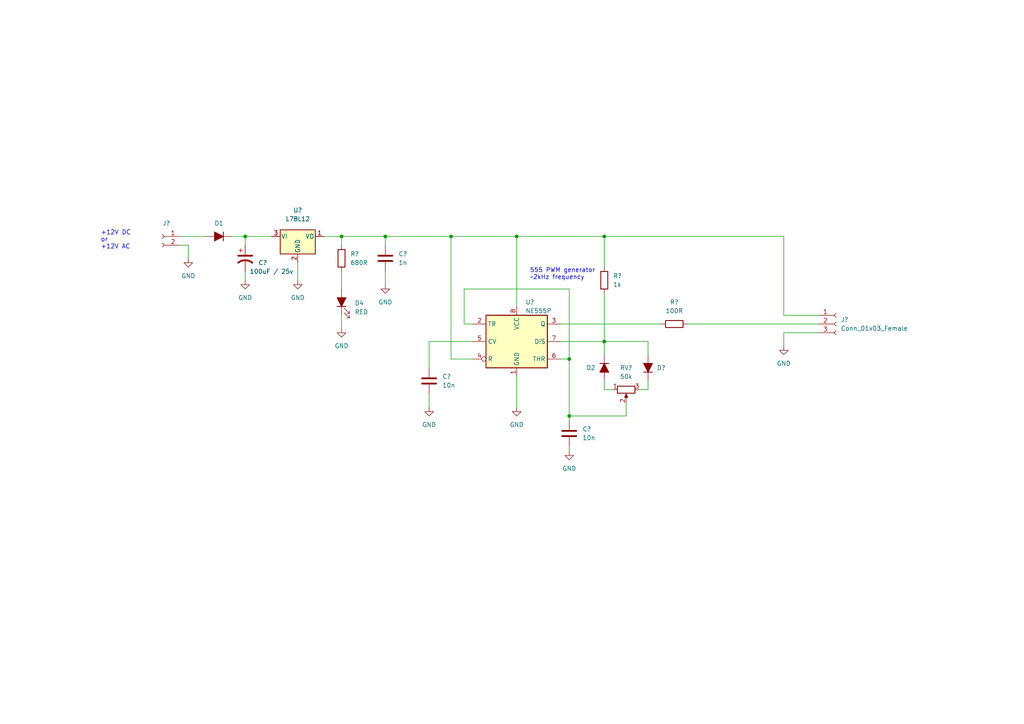
<source format=kicad_sch>
(kicad_sch (version 20211123) (generator eeschema)
  (paper "A4")
  (title_block (title "Fix Speed controller") (date "2022-05-22") (company "Purex International Ltd"))
  (lib_symbols
    (symbol "Connector:Conn_01x02_Female" (pin_names (offset 1.016) hide)
      (property "Reference" "J" (at 0 2.54 0))
      (property "Value" "Conn_01x02_Female" (at 0 -5.08 0))
      (symbol "Conn_01x02_Female_1_1"
        (arc (start 0 -2.032) (mid -0.508 -2.54) (end 0 -3.048) (stroke (width 0.1524)))
        (polyline (pts (xy -1.27 -2.54) (xy -0.508 -2.54)) (stroke (width 0.1524)))
        (polyline (pts (xy -1.27 0) (xy -0.508 0)) (stroke (width 0.1524)))
        (arc (start 0 0.508) (mid -0.508 0) (end 0 -0.508) (stroke (width 0.1524)))
        (pin passive line (at -5.08 0 0) (length 3.81) (name "Pin_1") (number "1"))
        (pin passive line (at -5.08 -2.54 0) (length 3.81) (name "Pin_2") (number "2"))
      )
    )
    (symbol "Connector:Conn_01x03_Female" (pin_names (offset 1.016) hide)
      (property "Reference" "J" (at 0 5.08 0))
      (property "Value" "Conn_01x03_Female" (at 0 -5.08 0))
      (symbol "Conn_01x03_Female_1_1"
        (arc (start 0 -2.032) (mid -0.508 -2.54) (end 0 -3.048) (stroke (width 0.1524)))
        (polyline (pts (xy -1.27 -2.54) (xy -0.508 -2.54)) (stroke (width 0.1524)))
        (polyline (pts (xy -1.27 0) (xy -0.508 0)) (stroke (width 0.1524)))
        (polyline (pts (xy -1.27 2.54) (xy -0.508 2.54)) (stroke (width 0.1524)))
        (arc (start 0 0.508) (mid -0.508 0) (end 0 -0.508) (stroke (width 0.1524)))
        (arc (start 0 3.048) (mid -0.508 2.54) (end 0 2.032) (stroke (width 0.1524)))
        (pin passive line (at -5.08 2.54 0) (length 3.81) (name "Pin_1") (number "1"))
        (pin passive line (at -5.08 0 0) (length 3.81) (name "Pin_2") (number "2"))
        (pin passive line (at -5.08 -2.54 0) (length 3.81) (name "Pin_3") (number "3"))
      )
    )
    (symbol "Device:C" (pin_numbers hide) (pin_names (offset 0.254))
      (property "Reference" "C" (at 0.635 2.54 0))
      (property "Value" "C" (at 0.635 -2.54 0))
      (symbol "C_0_1"
        (polyline (pts (xy -2.032 -0.762) (xy 2.032 -0.762)) (stroke (width 0.508)))
        (polyline (pts (xy -2.032 0.762) (xy 2.032 0.762)) (stroke (width 0.508)))
      )
      (symbol "C_1_1"
        (pin passive line (at 0 3.81 270) (length 2.794) (name "~") (number "1"))
        (pin passive line (at 0 -3.81 90) (length 2.794) (name "~") (number "2"))
      )
    )
    (symbol "Device:C_Polarized_US" (pin_numbers hide) (pin_names (offset 0.254) hide)
      (property "Reference" "C" (at 0.635 2.54 0))
      (property "Value" "C_Polarized_US" (at 0.635 -2.54 0))
      (symbol "C_Polarized_US_0_1"
        (polyline (pts (xy -2.032 0.762) (xy 2.032 0.762)) (stroke (width 0.508)))
        (polyline (pts (xy -1.778 2.286) (xy -0.762 2.286)))
        (polyline (pts (xy -1.27 1.778) (xy -1.27 2.794)))
        (arc (start 2.032 -1.27) (mid 0 -0.5572) (end -2.032 -1.27) (stroke (width 0.508)))
      )
      (symbol "C_Polarized_US_1_1"
        (pin passive line (at 0 3.81 270) (length 2.794) (name "~") (number "1"))
        (pin passive line (at 0 -3.81 90) (length 3.302) (name "~") (number "2"))
      )
    )
    (symbol "Device:D_Filled" (pin_numbers hide) (pin_names (offset 1.016) hide)
      (property "Reference" "D" (at 0 2.54 0))
      (property "Value" "D_Filled" (at 0 -2.54 0))
      (symbol "D_Filled_0_1"
        (polyline (pts (xy -1.27 1.27) (xy -1.27 -1.27)) (stroke (width 0.254)))
        (polyline (pts (xy 1.27 0) (xy -1.27 0)))
        (polyline (pts (xy 1.27 1.27) (xy 1.27 -1.27) (xy -1.27 0) (xy 1.27 1.27)) (stroke (width 0.254)) (fill (type outline)))
      )
      (symbol "D_Filled_1_1"
        (pin passive line (at -3.81 0 0) (length 2.54) (name "K") (number "1"))
        (pin passive line (at 3.81 0 180) (length 2.54) (name "A") (number "2"))
      )
    )
    (symbol "Device:LED_Filled" (pin_numbers hide) (pin_names (offset 1.016) hide)
      (property "Reference" "D" (at 0 2.54 0))
      (property "Value" "LED_Filled" (at 0 -2.54 0))
      (symbol "LED_Filled_0_1"
        (polyline (pts (xy -1.27 -1.27) (xy -1.27 1.27)) (stroke (width 0.254)))
        (polyline (pts (xy -1.27 0) (xy 1.27 0)))
        (polyline (pts (xy 1.27 -1.27) (xy 1.27 1.27) (xy -1.27 0) (xy 1.27 -1.27)) (stroke (width 0.254)) (fill (type outline)))
        (polyline (pts (xy -3.048 -0.762) (xy -4.572 -2.286) (xy -3.81 -2.286) (xy -4.572 -2.286) (xy -4.572 -1.524)))
        (polyline (pts (xy -1.778 -0.762) (xy -3.302 -2.286) (xy -2.54 -2.286) (xy -3.302 -2.286) (xy -3.302 -1.524)))
      )
      (symbol "LED_Filled_1_1"
        (pin passive line (at -3.81 0 0) (length 2.54) (name "K") (number "1"))
        (pin passive line (at 3.81 0 180) (length 2.54) (name "A") (number "2"))
      )
    )
    (symbol "Device:R" (pin_numbers hide) (pin_names (offset 0))
      (property "Reference" "R" (at 2.032 0 90))
      (property "Value" "R" (at 0 0 90))
      (symbol "R_0_1"
        (rectangle (start -1.016 -2.54) (end 1.016 2.54) (stroke (width 0.254)))
      )
      (symbol "R_1_1"
        (pin passive line (at 0 3.81 270) (length 1.27) (name "~") (number "1"))
        (pin passive line (at 0 -3.81 90) (length 1.27) (name "~") (number "2"))
      )
    )
    (symbol "Device:R_Potentiometer" (pin_names (offset 1.016) hide)
      (property "Reference" "RV" (at -4.445 0 90))
      (property "Value" "R_Potentiometer" (at -2.54 0 90))
      (symbol "R_Potentiometer_0_1"
        (polyline (pts (xy 2.54 0) (xy 1.524 0)))
        (polyline (pts (xy 1.143 0) (xy 2.286 0.508) (xy 2.286 -0.508) (xy 1.143 0)) (fill (type outline)))
        (rectangle (start 1.016 2.54) (end -1.016 -2.54) (stroke (width 0.254)))
      )
      (symbol "R_Potentiometer_1_1"
        (pin passive line (at 0 3.81 270) (length 1.27) (name "1") (number "1"))
        (pin passive line (at 3.81 0 180) (length 1.27) (name "2") (number "2"))
        (pin passive line (at 0 -3.81 90) (length 1.27) (name "3") (number "3"))
      )
    )
    (symbol "Regulator_Linear:L78L12_TO92" (pin_names (offset 0.254))
      (property "Reference" "U" (at -3.81 3.175 0))
      (property "Value" "L78L12_TO92" (at 0 3.175 0))
      (symbol "L78L12_TO92_0_1"
        (rectangle (start -5.08 -5.08) (end 5.08 1.905) (stroke (width 0.254)) (fill (type background)))
      )
      (symbol "L78L12_TO92_1_1"
        (pin power_out line (at 7.62 0 180) (length 2.54) (name "VO") (number "1"))
        (pin power_in line (at 0 -7.62 90) (length 2.54) (name "GND") (number "2"))
        (pin power_in line (at -7.62 0 0) (length 2.54) (name "VI") (number "3"))
      )
    )
    (symbol "Timer:NE555P"
      (property "Reference" "U" (at -10.16 8.89 0))
      (property "Value" "NE555P" (at 2.54 8.89 0))
      (symbol "NE555P_0_0"
        (pin power_in line (at 0 -10.16 90) (length 2.54) (name "GND") (number "1"))
        (pin power_in line (at 0 10.16 270) (length 2.54) (name "VCC") (number "8"))
      )
      (symbol "NE555P_0_1"
        (rectangle (start -8.89 -7.62) (end 8.89 7.62) (stroke (width 0.254)) (fill (type background)))
        (rectangle (start -8.89 -7.62) (end 8.89 7.62) (stroke (width 0.254)) (fill (type background)))
      )
      (symbol "NE555P_1_1"
        (pin input line (at -12.7 5.08 0) (length 3.81) (name "TR") (number "2"))
        (pin output line (at 12.7 5.08 180) (length 3.81) (name "Q") (number "3"))
        (pin input inverted (at -12.7 -5.08 0) (length 3.81) (name "R") (number "4"))
        (pin input line (at -12.7 0 0) (length 3.81) (name "CV") (number "5"))
        (pin input line (at 12.7 -5.08 180) (length 3.81) (name "THR") (number "6"))
        (pin input line (at 12.7 0 180) (length 3.81) (name "DIS") (number "7"))
      )
    )
    (symbol "power:GND" (power) (pin_names (offset 0))
      (property "Value" "GND" (at 0 -3.81 0))
      (symbol "GND_0_1"
        (polyline (pts (xy 0 0) (xy 0 -1.27) (xy 1.27 -1.27) (xy 0 -2.54) (xy -1.27 -1.27) (xy 0 -1.27)))
      )
      (symbol "GND_1_1"
        (pin power_in line (at 0 0 270) (length 0) hide (name "GND") (number "1"))
      )
    )
  )
  (junction (at 149.86 68.58))
  (junction (at 165.1 104.14))
  (junction (at 175.26 99.06))
  (junction (at 165.1 120.65))
  (junction (at 175.26 68.58))
  (junction (at 111.76 68.58))
  (junction (at 71.12 68.58))
  (junction (at 130.81 68.58))
  (junction (at 99.06 68.58))
  (wire (pts (xy 71.12 68.58) (xy 67.31 68.58)))
  (wire (pts (xy 149.86 68.58) (xy 149.86 88.9)))
  (wire (pts (xy 227.33 68.58) (xy 175.26 68.58)))
  (wire (pts (xy 165.1 120.65) (xy 165.1 121.92)))
  (wire (pts (xy 175.26 99.06) (xy 175.26 85.09)))
  (wire (pts (xy 165.1 104.14) (xy 162.56 104.14)))
  (wire (pts (xy 124.46 114.3) (xy 124.46 118.11)))
  (wire (pts (xy 130.81 104.14) (xy 130.81 68.58)))
  (wire (pts (xy 185.42 113.03) (xy 187.96 113.03)))
  (wire (pts (xy 52.07 71.12) (xy 54.61 71.12)))
  (wire (pts (xy 71.12 68.58) (xy 78.74 68.58)))
  (wire (pts (xy 134.62 83.82) (xy 165.1 83.82)))
  (wire (pts (xy 187.96 113.03) (xy 187.96 110.49)))
  (wire (pts (xy 175.26 113.03) (xy 175.26 110.49)))
  (wire (pts (xy 111.76 68.58) (xy 130.81 68.58)))
  (wire (pts (xy 52.07 68.58) (xy 59.69 68.58)))
  (wire (pts (xy 165.1 129.54) (xy 165.1 130.81)))
  (wire (pts (xy 99.06 78.74) (xy 99.06 83.82)))
  (wire (pts (xy 134.62 93.98) (xy 134.62 83.82)))
  (wire (pts (xy 93.98 68.58) (xy 99.06 68.58)))
  (wire (pts (xy 99.06 68.58) (xy 99.06 71.12)))
  (wire (pts (xy 162.56 99.06) (xy 175.26 99.06)))
  (wire (pts (xy 111.76 68.58) (xy 111.76 71.12)))
  (wire (pts (xy 54.61 71.12) (xy 54.61 74.93)))
  (wire (pts (xy 124.46 99.06) (xy 124.46 106.68)))
  (wire (pts (xy 130.81 68.58) (xy 149.86 68.58)))
  (wire (pts (xy 71.12 71.12) (xy 71.12 68.58)))
  (wire (pts (xy 99.06 68.58) (xy 111.76 68.58)))
  (wire (pts (xy 175.26 99.06) (xy 175.26 102.87)))
  (wire (pts (xy 99.06 91.44) (xy 99.06 95.25)))
  (wire (pts (xy 137.16 93.98) (xy 134.62 93.98)))
  (wire (pts (xy 165.1 104.14) (xy 165.1 120.65)))
  (wire (pts (xy 149.86 68.58) (xy 175.26 68.58)))
  (wire (pts (xy 137.16 99.06) (xy 124.46 99.06)))
  (wire (pts (xy 181.61 116.84) (xy 181.61 120.65)))
  (wire (pts (xy 71.12 78.74) (xy 71.12 81.28)))
  (wire (pts (xy 237.49 96.52) (xy 227.33 96.52)))
  (wire (pts (xy 137.16 104.14) (xy 130.81 104.14)))
  (wire (pts (xy 181.61 120.65) (xy 165.1 120.65)))
  (wire (pts (xy 237.49 91.44) (xy 227.33 91.44)))
  (wire (pts (xy 111.76 78.74) (xy 111.76 82.55)))
  (wire (pts (xy 86.36 76.2) (xy 86.36 81.28)))
  (wire (pts (xy 187.96 102.87) (xy 187.96 99.06)))
  (wire (pts (xy 199.39 93.98) (xy 237.49 93.98)))
  (wire (pts (xy 175.26 77.47) (xy 175.26 68.58)))
  (wire (pts (xy 187.96 99.06) (xy 175.26 99.06)))
  (wire (pts (xy 227.33 96.52) (xy 227.33 100.33)))
  (wire (pts (xy 162.56 93.98) (xy 191.77 93.98)))
  (wire (pts (xy 165.1 83.82) (xy 165.1 104.14)))
  (wire (pts (xy 177.8 113.03) (xy 175.26 113.03)))
  (wire (pts (xy 227.33 91.44) (xy 227.33 68.58)))
  (wire (pts (xy 149.86 109.22) (xy 149.86 118.11)))
  (text "+12V DC\nor\n+12V AC" (at 29.21 72.39 0) (effects (font (size 1.27 1.27)) (justify left bottom)))
  (text "555 PWM generator\n~2kHz frequency" (at 153.67 81.28 0) (effects (font (size 1.27 1.27)) (justify left bottom)))
  (symbol (lib_id "Device:C_Polarized_US") (at 71.12 74.93 0) (unit 1)
    (property "Reference" "C?" (at 74.93 76.2 0) (effects (justify left)))
    (property "Value" "100uF / 25v" (at 72.39 78.74 0) (effects (justify left)))
  )
  (symbol (lib_id "Device:R_Potentiometer") (at 181.61 113.03 90) (mirror x) (unit 1)
    (property "Reference" "RV?" (at 181.61 106.68 90))
    (property "Value" "50k" (at 181.61 109.22 90))
  )
  (symbol (lib_id "power:GND") (at 149.86 118.11 0) (unit 1)
    (property "Reference" "#PWR?" (effects hide))
    (property "Value" "GND" (at 149.86 123.19 0))
  )
  (symbol (lib_id "Device:D_Filled") (at 175.26 106.68 270) (unit 1)
    (property "Reference" "D2" (at 172.72 106.6799 90) (effects (justify right)))
    (property "Value" "D_Filled" (effects hide))
  )
  (symbol (lib_id "Connector:Conn_01x02_Female") (at 46.99 68.58 0) (mirror y) (unit 1)
    (property "Reference" "J?" (at 48.26 64.77 0))
    (property "Value" "Conn_01x02_Female" (effects hide))
  )
  (symbol (lib_id "Device:LED_Filled") (at 99.06 87.63 90) (unit 1)
    (property "Reference" "D4" (at 102.87 87.9474 90) (effects (justify right)))
    (property "Value" "RED" (at 102.87 90.4874 90) (effects (justify right)))
  )
  (symbol (lib_id "Connector:Conn_01x03_Female") (at 242.57 93.98 0) (unit 1)
    (property "Reference" "J?" (at 243.84 92.7099 0) (effects (justify left)))
    (property "Value" "Conn_01x03_Female" (at 243.84 95.2499 0) (effects (justify left)))
  )
  (symbol (lib_id "power:GND") (at 86.36 81.28 0) (unit 1)
    (property "Reference" "#PWR?" (effects hide))
    (property "Value" "GND" (at 86.36 86.36 0))
  )
  (symbol (lib_id "Device:C") (at 165.1 125.73 0) (unit 1)
    (property "Reference" "C?" (at 168.91 124.4599 0) (effects (justify left)))
    (property "Value" "10n" (at 168.91 126.9999 0) (effects (justify left)))
  )
  (symbol (lib_id "Timer:NE555P") (at 149.86 99.06 0) (unit 1)
    (property "Reference" "U?" (at 152.4 87.63 0) (effects (justify left)))
    (property "Value" "NE555P" (at 152.4 90.17 0) (effects (justify left)))
    (property "Footprint" "Package_DIP:DIP-8_W7.62mm" (effects hide))
    (property "Datasheet" "http://www.ti.com/lit/ds/symlink/ne555.pdf" (effects hide))
  )
  (symbol (lib_id "Device:D_Filled") (at 187.96 106.68 90) (unit 1)
    (property "Reference" "D?" (at 190.5 106.6799 90) (effects (justify right)))
    (property "Value" "D_Filled" (effects hide))
  )
  (symbol (lib_id "power:GND") (at 54.61 74.93 0) (unit 1)
    (property "Reference" "#PWR?" (effects hide))
    (property "Value" "GND" (at 54.61 80.01 0))
  )
  (symbol (lib_id "power:GND") (at 71.12 81.28 0) (unit 1)
    (property "Reference" "#PWR?" (effects hide))
    (property "Value" "GND" (at 71.12 86.36 0))
  )
  (symbol (lib_id "Device:R") (at 195.58 93.98 90) (unit 1)
    (property "Reference" "R?" (at 195.58 87.63 90))
    (property "Value" "100R" (at 195.58 90.17 90))
  )
  (symbol (lib_id "Device:C") (at 124.46 110.49 0) (unit 1)
    (property "Reference" "C?" (at 128.27 109.2199 0) (effects (justify left)))
    (property "Value" "10n" (at 128.27 111.7599 0) (effects (justify left)))
  )
  (symbol (lib_id "Device:D_Filled") (at 63.5 68.58 180) (unit 1)
    (property "Reference" "D1" (at 63.5 64.77 0))
    (property "Value" "D_Filled" (effects hide))
  )
  (symbol (lib_id "power:GND") (at 111.76 82.55 0) (unit 1)
    (property "Reference" "#PWR?" (effects hide))
    (property "Value" "GND" (at 111.76 87.63 0))
  )
  (symbol (lib_id "Device:R") (at 175.26 81.28 0) (unit 1)
    (property "Reference" "R?" (at 177.8 80.0099 0) (effects (justify left)))
    (property "Value" "1k" (at 177.8 82.5499 0) (effects (justify left)))
  )
  (symbol (lib_id "power:GND") (at 124.46 118.11 0) (unit 1)
    (property "Reference" "#PWR?" (effects hide))
    (property "Value" "GND" (at 124.46 123.19 0))
  )
  (symbol (lib_id "power:GND") (at 165.1 130.81 0) (unit 1)
    (property "Reference" "#PWR?" (effects hide))
    (property "Value" "GND" (at 165.1 135.89 0))
  )
  (symbol (lib_id "Regulator_Linear:L78L12_TO92") (at 86.36 68.58 0) (unit 1)
    (property "Reference" "U?" (at 86.36 60.96 0))
    (property "Value" "L78L12" (at 86.36 63.5 0))
    (property "Footprint" "Package_TO_SOT_THT:TO-92_Inline" (effects hide))
    (property "Datasheet" "http://www.st.com/content/ccc/resource/technical/document/datasheet/15/55/e5/aa/23/5b/43/fd/CD00000446.pdf/files/CD00000446.pdf/jcr:content/translations/en.CD00000446.pdf" (effects hide))
  )
  (symbol (lib_id "power:GND") (at 99.06 95.25 0) (unit 1)
    (property "Reference" "#PWR?" (effects hide))
    (property "Value" "GND" (at 99.06 100.33 0))
  )
  (symbol (lib_id "power:GND") (at 227.33 100.33 0) (unit 1)
    (property "Reference" "#PWR?" (effects hide))
    (property "Value" "GND" (at 227.33 105.41 0))
  )
  (symbol (lib_id "Device:R") (at 99.06 74.93 0) (unit 1)
    (property "Reference" "R?" (at 101.6 73.6599 0) (effects (justify left)))
    (property "Value" "680R" (at 101.6 76.1999 0) (effects (justify left)))
  )
  (symbol (lib_id "Device:C") (at 111.76 74.93 0) (unit 1)
    (property "Reference" "C?" (at 115.57 73.6599 0) (effects (justify left)))
    (property "Value" "1n" (at 115.57 76.1999 0) (effects (justify left)))
  )
)
</source>
